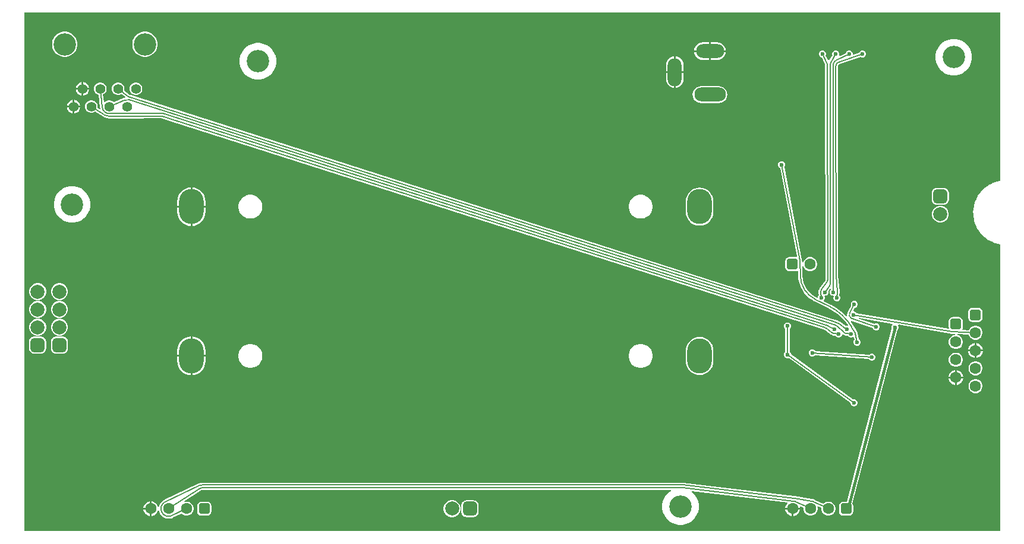
<source format=gbl>
G04*
G04 #@! TF.GenerationSoftware,Altium Limited,Altium Designer,21.6.1 (37)*
G04*
G04 Layer_Physical_Order=2*
G04 Layer_Color=16711680*
%FSLAX44Y44*%
%MOMM*%
G71*
G04*
G04 #@! TF.SameCoordinates,FD64CF10-ECA6-46B9-A7EF-D48B42129E36*
G04*
G04*
G04 #@! TF.FilePolarity,Positive*
G04*
G01*
G75*
%ADD59C,0.2000*%
%ADD60C,0.4000*%
%ADD63C,1.6000*%
G04:AMPARAMS|DCode=64|XSize=1.6mm|YSize=1.6mm|CornerRadius=0.4mm|HoleSize=0mm|Usage=FLASHONLY|Rotation=270.000|XOffset=0mm|YOffset=0mm|HoleType=Round|Shape=RoundedRectangle|*
%AMROUNDEDRECTD64*
21,1,1.6000,0.8000,0,0,270.0*
21,1,0.8000,1.6000,0,0,270.0*
1,1,0.8000,-0.4000,-0.4000*
1,1,0.8000,-0.4000,0.4000*
1,1,0.8000,0.4000,0.4000*
1,1,0.8000,0.4000,-0.4000*
%
%ADD64ROUNDEDRECTD64*%
%ADD65O,4.5000X2.0000*%
%ADD66O,2.0000X4.0000*%
%ADD67O,4.0000X2.0000*%
G04:AMPARAMS|DCode=68|XSize=1.6mm|YSize=1.6mm|CornerRadius=0.4mm|HoleSize=0mm|Usage=FLASHONLY|Rotation=0.000|XOffset=0mm|YOffset=0mm|HoleType=Round|Shape=RoundedRectangle|*
%AMROUNDEDRECTD68*
21,1,1.6000,0.8000,0,0,0.0*
21,1,0.8000,1.6000,0,0,0.0*
1,1,0.8000,0.4000,-0.4000*
1,1,0.8000,-0.4000,-0.4000*
1,1,0.8000,-0.4000,0.4000*
1,1,0.8000,0.4000,0.4000*
%
%ADD68ROUNDEDRECTD68*%
%ADD69C,2.0000*%
G04:AMPARAMS|DCode=70|XSize=2mm|YSize=2mm|CornerRadius=0.5mm|HoleSize=0mm|Usage=FLASHONLY|Rotation=0.000|XOffset=0mm|YOffset=0mm|HoleType=Round|Shape=RoundedRectangle|*
%AMROUNDEDRECTD70*
21,1,2.0000,1.0000,0,0,0.0*
21,1,1.0000,2.0000,0,0,0.0*
1,1,1.0000,0.5000,-0.5000*
1,1,1.0000,-0.5000,-0.5000*
1,1,1.0000,-0.5000,0.5000*
1,1,1.0000,0.5000,0.5000*
%
%ADD70ROUNDEDRECTD70*%
G04:AMPARAMS|DCode=71|XSize=2mm|YSize=2mm|CornerRadius=0.5mm|HoleSize=0mm|Usage=FLASHONLY|Rotation=270.000|XOffset=0mm|YOffset=0mm|HoleType=Round|Shape=RoundedRectangle|*
%AMROUNDEDRECTD71*
21,1,2.0000,1.0000,0,0,270.0*
21,1,1.0000,2.0000,0,0,270.0*
1,1,1.0000,-0.5000,-0.5000*
1,1,1.0000,-0.5000,0.5000*
1,1,1.0000,0.5000,0.5000*
1,1,1.0000,0.5000,-0.5000*
%
%ADD71ROUNDEDRECTD71*%
%ADD72O,3.5000X5.0000*%
%ADD73C,3.2000*%
%ADD74C,1.4000*%
%ADD75C,0.6000*%
G36*
X1394902Y504858D02*
X1392506Y504371D01*
X1392365Y504312D01*
X1392214Y504302D01*
X1389676Y503629D01*
X1389574Y503579D01*
X1389460Y503566D01*
X1388208Y503174D01*
X1388085Y503107D01*
X1387947Y503084D01*
X1384941Y501961D01*
X1384682Y501801D01*
X1384390Y501717D01*
X1378689Y498779D01*
X1378373Y498528D01*
X1378007Y498357D01*
X1372837Y494561D01*
X1372564Y494263D01*
X1372229Y494037D01*
X1367719Y489477D01*
X1367496Y489140D01*
X1367201Y488864D01*
X1363462Y483653D01*
X1363295Y483285D01*
X1363047Y482966D01*
X1360171Y477233D01*
X1360064Y476844D01*
X1359869Y476490D01*
X1357928Y470377D01*
X1357883Y469976D01*
X1357746Y469596D01*
X1356788Y463254D01*
X1356807Y462850D01*
X1356731Y462453D01*
X1356780Y456040D01*
X1356861Y455644D01*
X1356849Y455240D01*
X1357903Y448914D01*
X1358046Y448536D01*
X1358097Y448135D01*
X1360130Y442052D01*
X1360331Y441702D01*
X1360444Y441314D01*
X1363406Y435625D01*
X1363659Y435310D01*
X1363832Y434945D01*
X1367650Y429791D01*
X1367949Y429520D01*
X1368177Y429186D01*
X1372756Y424695D01*
X1373094Y424474D01*
X1373371Y424180D01*
X1378599Y420463D01*
X1378967Y420298D01*
X1379287Y420052D01*
X1385033Y417201D01*
X1385326Y417121D01*
X1385587Y416965D01*
X1388610Y415888D01*
X1388746Y415868D01*
X1388867Y415803D01*
X1390051Y415451D01*
X1390158Y415441D01*
X1390255Y415395D01*
X1392650Y414789D01*
X1392793Y414782D01*
X1392926Y414728D01*
X1394902Y414343D01*
X1394902Y5098D01*
X5098D01*
Y744902D01*
X1394902D01*
X1394902Y504858D01*
D02*
G37*
%LPC*%
G36*
X991710Y702638D02*
X982980D01*
Y691260D01*
X1004191D01*
X1003927Y693264D01*
X1002663Y696314D01*
X1000653Y698934D01*
X998034Y700944D01*
X994983Y702207D01*
X991710Y702638D01*
D02*
G37*
G36*
X980440D02*
X971710D01*
X968436Y702207D01*
X965386Y700944D01*
X962766Y698934D01*
X960756Y696314D01*
X959492Y693264D01*
X959229Y691260D01*
X980440D01*
Y702638D01*
D02*
G37*
G36*
X1199995Y691000D02*
X1198006D01*
X1196168Y690239D01*
X1194761Y688832D01*
X1194255Y687609D01*
X1186208Y684856D01*
X1185000Y685785D01*
Y686995D01*
X1184239Y688832D01*
X1182832Y690239D01*
X1180995Y691000D01*
X1179006D01*
X1177168Y690239D01*
X1175761Y688832D01*
X1175004Y687004D01*
X1166525Y682954D01*
X1165538Y683890D01*
X1166000Y685006D01*
Y686995D01*
X1165239Y688832D01*
X1163832Y690239D01*
X1161995Y691000D01*
X1160006D01*
X1158168Y690239D01*
X1156761Y688832D01*
X1156000Y686995D01*
Y685006D01*
X1156328Y684214D01*
X1152513Y677957D01*
X1151838Y676881D01*
X1151645Y676630D01*
X1151533Y676358D01*
X1150264Y676313D01*
X1146509Y683821D01*
X1147000Y685006D01*
Y686995D01*
X1146239Y688832D01*
X1144832Y690239D01*
X1142995Y691000D01*
X1141006D01*
X1139168Y690239D01*
X1137761Y688832D01*
X1137000Y686995D01*
Y685006D01*
X1137761Y683168D01*
X1139168Y681761D01*
X1141006Y681000D01*
X1141080D01*
X1145063Y673035D01*
X1145590Y671878D01*
X1145901Y670724D01*
X1145929Y670584D01*
X1145941D01*
X1145941Y670584D01*
X1145942Y664999D01*
X1145943Y664998D01*
X1145942Y664996D01*
X1146280Y364767D01*
X1146268Y363555D01*
D01*
X1146127Y362907D01*
X1145666Y361868D01*
X1145666Y361868D01*
X1145680Y361776D01*
X1138049Y351349D01*
X1137940Y351114D01*
X1137498Y350539D01*
X1136591Y348349D01*
X1136282Y346000D01*
X1136320Y345712D01*
X1136311Y345663D01*
X1136358Y345426D01*
X1136380Y345253D01*
X1136358Y344987D01*
X1136703Y341922D01*
X1135946Y341165D01*
X1135185Y339328D01*
Y338716D01*
X1134107Y338045D01*
X1133481Y338353D01*
X1133451Y338360D01*
X1133346Y338404D01*
X1133301Y338434D01*
X1133249Y338444D01*
X1132986Y338553D01*
X1128201Y341485D01*
X1123934Y345130D01*
X1120289Y349397D01*
X1117357Y354182D01*
X1115210Y359366D01*
X1113900Y364823D01*
X1113520Y369651D01*
X1113511Y369651D01*
X1113510Y369653D01*
X1113187Y384305D01*
X1114453Y384486D01*
X1115081Y382140D01*
X1116398Y379860D01*
X1118260Y377998D01*
X1120540Y376682D01*
X1123083Y376000D01*
X1125716D01*
X1128260Y376682D01*
X1130540Y377998D01*
X1132402Y379860D01*
X1133718Y382140D01*
X1134400Y384683D01*
Y387317D01*
X1133718Y389860D01*
X1132402Y392140D01*
X1130540Y394002D01*
X1128260Y395319D01*
X1125716Y396000D01*
X1123083D01*
X1120540Y395319D01*
X1118260Y394002D01*
X1116398Y392140D01*
X1115081Y389860D01*
X1114400Y387317D01*
Y386893D01*
X1113130Y386879D01*
X1113056Y390221D01*
X1113057Y390222D01*
X1113057D01*
X1112880Y391564D01*
X1112883Y391871D01*
X1087743Y524672D01*
X1088239Y525168D01*
X1089000Y527006D01*
Y528995D01*
X1088239Y530832D01*
X1086832Y532239D01*
X1084995Y533000D01*
X1083005D01*
X1081168Y532239D01*
X1079761Y530832D01*
X1079000Y528995D01*
Y527006D01*
X1079761Y525168D01*
X1081168Y523761D01*
X1081734Y523527D01*
X1105722Y396808D01*
X1104622Y395795D01*
X1103000Y396118D01*
X1095000D01*
X1092659Y395652D01*
X1090674Y394326D01*
X1089348Y392341D01*
X1088883Y390000D01*
Y382000D01*
X1089348Y379659D01*
X1090674Y377674D01*
X1092659Y376348D01*
X1095000Y375882D01*
X1103000D01*
X1105341Y376348D01*
X1106118Y376867D01*
X1107245Y376281D01*
X1107394Y369518D01*
X1107420Y369400D01*
X1107711Y364952D01*
X1108780Y359581D01*
X1110540Y354395D01*
X1112962Y349483D01*
X1116005Y344929D01*
X1119616Y340812D01*
X1123733Y337201D01*
X1128287Y334158D01*
X1130541Y333047D01*
X1130781Y332863D01*
X1149746Y323536D01*
X1149827Y323514D01*
X1149882Y323484D01*
X1149926Y323455D01*
X1149940Y323452D01*
X1156684Y319725D01*
X1163625Y314800D01*
X1169971Y309129D01*
X1175642Y302783D01*
X1178272Y299076D01*
X1177566Y298130D01*
X1177460Y298026D01*
X1175499D01*
X1174971Y297807D01*
X1166464Y303715D01*
X1166294Y303790D01*
X1165556Y304356D01*
X1163081Y305381D01*
X1162977Y305439D01*
X1156256Y307587D01*
X156571Y627183D01*
X155982Y627422D01*
X155036Y627894D01*
X154003Y628593D01*
X147264Y633679D01*
X147660Y635155D01*
Y637525D01*
X147046Y639814D01*
X145862Y641866D01*
X144186Y643542D01*
X142134Y644727D01*
X139845Y645340D01*
X137475D01*
X135186Y644727D01*
X133134Y643542D01*
X131458Y641866D01*
X130273Y639814D01*
X129660Y637525D01*
Y635155D01*
X130273Y632866D01*
X131458Y630814D01*
X133134Y629138D01*
X135186Y627953D01*
X137475Y627340D01*
X139845D01*
X142134Y627953D01*
X143585Y628791D01*
X148749Y624894D01*
X148425Y623666D01*
X147966Y623605D01*
X146527Y623009D01*
X146219Y622944D01*
X132541Y617086D01*
X131486Y618142D01*
X129434Y619327D01*
X127145Y619940D01*
X124775D01*
X122486Y619327D01*
X120434Y618142D01*
X119595Y617303D01*
X118269Y617773D01*
X117182Y628212D01*
X118786Y629138D01*
X120462Y630814D01*
X121646Y632866D01*
X122260Y635155D01*
Y637525D01*
X121646Y639814D01*
X120462Y641866D01*
X118786Y643542D01*
X116734Y644727D01*
X114445Y645340D01*
X112075D01*
X109786Y644727D01*
X107734Y643542D01*
X106058Y641866D01*
X104873Y639814D01*
X104260Y637525D01*
Y635155D01*
X104873Y632866D01*
X106058Y630814D01*
X107734Y629138D01*
X109786Y627953D01*
X111095Y627603D01*
X112971Y609587D01*
X113066Y609281D01*
X113270Y607732D01*
X112367Y606806D01*
X109311Y608825D01*
X109560Y609755D01*
Y612125D01*
X108946Y614414D01*
X107761Y616466D01*
X106086Y618142D01*
X104034Y619327D01*
X101745Y619940D01*
X99375D01*
X97086Y619327D01*
X95034Y618142D01*
X93358Y616466D01*
X92173Y614414D01*
X91560Y612125D01*
Y609755D01*
X92173Y607466D01*
X93358Y605414D01*
X95034Y603738D01*
X97086Y602553D01*
X99375Y601940D01*
X101745D01*
X104034Y602553D01*
X105993Y603685D01*
X116557Y596706D01*
X116549Y596694D01*
X119423Y595158D01*
X122627Y594186D01*
X125960Y593858D01*
Y593881D01*
X151417D01*
X151430Y593884D01*
X151442Y593881D01*
X198271Y594264D01*
X199536Y594259D01*
X200429Y594088D01*
X201635Y593756D01*
X1143240Y292727D01*
X1144417Y292300D01*
X1145238Y291861D01*
X1146275Y291171D01*
X1153596Y285730D01*
X1153845Y285612D01*
X1154461Y285139D01*
X1156650Y284232D01*
X1157370Y284137D01*
X1157615Y284048D01*
X1160587Y283588D01*
X1160761Y283168D01*
X1162168Y281761D01*
X1164005Y281000D01*
X1165995D01*
X1167832Y281761D01*
X1169239Y283168D01*
X1170000Y285005D01*
Y285063D01*
X1171270Y285690D01*
X1171955Y285164D01*
X1174144Y284257D01*
X1174912Y284156D01*
X1175170Y284064D01*
X1178600Y283558D01*
X1178761Y283168D01*
X1180168Y281761D01*
X1182005Y281000D01*
X1183995D01*
X1185608Y281668D01*
X1186991Y281260D01*
X1187691Y277892D01*
X1187257Y277457D01*
X1186496Y275619D01*
Y273630D01*
X1187257Y271792D01*
X1188663Y270386D01*
X1190501Y269625D01*
X1192490D01*
X1194328Y270386D01*
X1195734Y271792D01*
X1196496Y273630D01*
Y275619D01*
X1195734Y277457D01*
X1194328Y278863D01*
X1193682Y279131D01*
X1191869Y287845D01*
X1191819Y287962D01*
X1191768Y288349D01*
X1191377Y289294D01*
X1191320Y289583D01*
X1191156Y289828D01*
X1190862Y290539D01*
X1190768Y290660D01*
X1190115Y291749D01*
X1186600Y297607D01*
X1186398Y297830D01*
X1184486Y301021D01*
X1182722Y303399D01*
X1183103Y305018D01*
X1183334Y305142D01*
X1213892Y294718D01*
X1214397Y293500D01*
X1215803Y292093D01*
X1217641Y291332D01*
X1219630D01*
X1221468Y292093D01*
X1222874Y293500D01*
X1223635Y295337D01*
Y297326D01*
X1222874Y299164D01*
X1221468Y300571D01*
X1219630Y301332D01*
X1217641D01*
X1215803Y300571D01*
X1215773Y300540D01*
X1193656Y308084D01*
X1193971Y309319D01*
X1241505Y301117D01*
X1241938Y299754D01*
X1241059Y298875D01*
X1240298Y297037D01*
Y295048D01*
X1240628Y294252D01*
X1177160Y47118D01*
X1171800D01*
X1169459Y46652D01*
X1167474Y45326D01*
X1166148Y43341D01*
X1165683Y41000D01*
Y33000D01*
X1166148Y30659D01*
X1167474Y28674D01*
X1169459Y27348D01*
X1171800Y26883D01*
X1179800D01*
X1182141Y27348D01*
X1184126Y28674D01*
X1185452Y30659D01*
X1185918Y33000D01*
Y41000D01*
X1185452Y43341D01*
X1184845Y44249D01*
X1248520Y292194D01*
X1249537Y293210D01*
X1250298Y295048D01*
Y297037D01*
X1249730Y298409D01*
X1250507Y299564D01*
X1326290Y286488D01*
X1326615Y286496D01*
X1327431Y286389D01*
X1327594Y286350D01*
X1330583Y286229D01*
X1330683Y285000D01*
X1328140Y284319D01*
X1325860Y283002D01*
X1323998Y281140D01*
X1322681Y278860D01*
X1322000Y276317D01*
Y273684D01*
X1322681Y271140D01*
X1323998Y268860D01*
X1325860Y266998D01*
X1328140Y265682D01*
X1330683Y265000D01*
X1333316D01*
X1335860Y265682D01*
X1338140Y266998D01*
X1340002Y268860D01*
X1341319Y271140D01*
X1342000Y273684D01*
Y276317D01*
X1341319Y278860D01*
X1340002Y281140D01*
X1338140Y283002D01*
X1335860Y284319D01*
X1333989Y284820D01*
X1334182Y286083D01*
X1350363Y285429D01*
X1350681Y284240D01*
X1351998Y281960D01*
X1353860Y280098D01*
X1356140Y278782D01*
X1358683Y278100D01*
X1361317D01*
X1363860Y278782D01*
X1366140Y280098D01*
X1368002Y281960D01*
X1369319Y284240D01*
X1370000Y286784D01*
Y289417D01*
X1369319Y291960D01*
X1368002Y294240D01*
X1366140Y296102D01*
X1363860Y297419D01*
X1361317Y298100D01*
X1358683D01*
X1356140Y297419D01*
X1353860Y296102D01*
X1351998Y294240D01*
X1350681Y291960D01*
X1350570Y291543D01*
X1341737Y291900D01*
X1341076Y293198D01*
X1341652Y294059D01*
X1342117Y296400D01*
Y304400D01*
X1341652Y306741D01*
X1340326Y308726D01*
X1338341Y310052D01*
X1336000Y310518D01*
X1328000D01*
X1325659Y310052D01*
X1323674Y308726D01*
X1322348Y306741D01*
X1321882Y304400D01*
Y296400D01*
X1322223Y294686D01*
X1321269Y293562D01*
X1190562Y316115D01*
X1190357Y316610D01*
X1188951Y318016D01*
X1187113Y318778D01*
X1186777D01*
X1186132Y319872D01*
X1188093Y323411D01*
X1188360D01*
X1190198Y324172D01*
X1191605Y325578D01*
X1192366Y327416D01*
Y329405D01*
X1191605Y331243D01*
X1190198Y332649D01*
X1188360Y333411D01*
X1186371D01*
X1184533Y332649D01*
X1183127Y331243D01*
X1182366Y329405D01*
Y327416D01*
X1182773Y326432D01*
X1178194Y318168D01*
X1178192Y318158D01*
X1177350Y316127D01*
X1177041Y313778D01*
X1177268Y312050D01*
X1176061Y311491D01*
X1174289Y313446D01*
X1168326Y318850D01*
X1161863Y323644D01*
X1154960Y327781D01*
X1152634Y328882D01*
X1152446Y329025D01*
X1143932Y333213D01*
X1143676Y334754D01*
X1144424Y335501D01*
X1145185Y337338D01*
Y339328D01*
X1144930Y339944D01*
X1145635Y341000D01*
X1146354D01*
X1148192Y341761D01*
X1149599Y343168D01*
X1150360Y345005D01*
Y346994D01*
X1150193Y347397D01*
X1152596Y350652D01*
X1153928Y350317D01*
X1154013Y349724D01*
X1153121Y348832D01*
X1152360Y346994D01*
Y345005D01*
X1153121Y343168D01*
X1154528Y341761D01*
X1156365Y341000D01*
X1157121D01*
X1157970Y339730D01*
X1157640Y338935D01*
Y336946D01*
X1158401Y335108D01*
X1159808Y333702D01*
X1161646Y332941D01*
X1163635D01*
X1165473Y333702D01*
X1166879Y335108D01*
X1167640Y336946D01*
Y338935D01*
X1166879Y340773D01*
X1166051Y341602D01*
X1166380Y345166D01*
X1166357Y345388D01*
X1166437Y346000D01*
X1166364Y346559D01*
X1166386Y346762D01*
X1164391Y369975D01*
X1164060Y665002D01*
X1164061Y667451D01*
X1164076Y668721D01*
X1164076Y668721D01*
X1164297Y669831D01*
X1164932Y670782D01*
X1165882Y671417D01*
X1166065Y671453D01*
X1166051Y671493D01*
X1196140Y681789D01*
X1196168Y681761D01*
X1198006Y681000D01*
X1199995D01*
X1201832Y681761D01*
X1203239Y683168D01*
X1204000Y685006D01*
Y686995D01*
X1203239Y688832D01*
X1201832Y690239D01*
X1199995Y691000D01*
D02*
G37*
G36*
X178533Y717840D02*
X174987D01*
X171509Y717148D01*
X168234Y715791D01*
X165285Y713821D01*
X162778Y711314D01*
X160808Y708366D01*
X159451Y705090D01*
X158760Y701613D01*
Y698067D01*
X159451Y694590D01*
X160808Y691314D01*
X162778Y688366D01*
X165285Y685859D01*
X168234Y683889D01*
X171509Y682532D01*
X174987Y681840D01*
X178533D01*
X182010Y682532D01*
X185286Y683889D01*
X188234Y685859D01*
X190741Y688366D01*
X192711Y691314D01*
X194068Y694590D01*
X194760Y698067D01*
Y701613D01*
X194068Y705090D01*
X192711Y708366D01*
X190741Y711314D01*
X188234Y713821D01*
X185286Y715791D01*
X182010Y717148D01*
X178533Y717840D01*
D02*
G37*
G36*
X64233D02*
X60687D01*
X57209Y717148D01*
X53934Y715791D01*
X50985Y713821D01*
X48478Y711314D01*
X46508Y708366D01*
X45151Y705090D01*
X44460Y701613D01*
Y698067D01*
X45151Y694590D01*
X46508Y691314D01*
X48478Y688366D01*
X50985Y685859D01*
X53934Y683889D01*
X57209Y682532D01*
X60687Y681840D01*
X64233D01*
X67710Y682532D01*
X70986Y683889D01*
X73934Y685859D01*
X76441Y688366D01*
X78411Y691314D01*
X79768Y694590D01*
X80460Y698067D01*
Y701613D01*
X79768Y705090D01*
X78411Y708366D01*
X76441Y711314D01*
X73934Y713821D01*
X70986Y715791D01*
X67710Y717148D01*
X64233Y717840D01*
D02*
G37*
G36*
X1004191Y688720D02*
X982980D01*
Y677342D01*
X991710D01*
X994983Y677773D01*
X998034Y679036D01*
X1000653Y681046D01*
X1002663Y683666D01*
X1003927Y686716D01*
X1004191Y688720D01*
D02*
G37*
G36*
X980440D02*
X959229D01*
X959492Y686716D01*
X960756Y683666D01*
X962766Y681046D01*
X965386Y679036D01*
X968436Y677773D01*
X971710Y677342D01*
X980440D01*
Y688720D01*
D02*
G37*
G36*
X932980Y682471D02*
Y661260D01*
X944358D01*
Y669990D01*
X943927Y673264D01*
X942663Y676314D01*
X940653Y678934D01*
X938034Y680944D01*
X934983Y682207D01*
X932980Y682471D01*
D02*
G37*
G36*
X930440D02*
X928436Y682207D01*
X925386Y680944D01*
X922766Y678934D01*
X920756Y676314D01*
X919492Y673264D01*
X919062Y669990D01*
Y661260D01*
X930440D01*
Y682471D01*
D02*
G37*
G36*
X1331611Y707420D02*
X1326489D01*
X1321466Y706421D01*
X1316734Y704461D01*
X1312476Y701616D01*
X1308854Y697994D01*
X1306009Y693736D01*
X1304049Y689004D01*
X1303050Y683981D01*
Y678859D01*
X1304049Y673836D01*
X1306009Y669104D01*
X1308854Y664846D01*
X1312476Y661225D01*
X1316734Y658379D01*
X1321466Y656419D01*
X1326489Y655420D01*
X1331611D01*
X1336634Y656419D01*
X1341365Y658379D01*
X1345624Y661225D01*
X1349245Y664846D01*
X1352091Y669104D01*
X1354051Y673836D01*
X1355050Y678859D01*
Y683981D01*
X1354051Y689004D01*
X1352091Y693736D01*
X1349245Y697994D01*
X1345624Y701616D01*
X1341365Y704461D01*
X1336634Y706421D01*
X1331611Y707420D01*
D02*
G37*
G36*
X340381Y701700D02*
X335259D01*
X330236Y700701D01*
X325504Y698741D01*
X321246Y695895D01*
X317624Y692274D01*
X314779Y688016D01*
X312819Y683284D01*
X311820Y678261D01*
Y673139D01*
X312819Y668116D01*
X314779Y663384D01*
X317624Y659126D01*
X321246Y655505D01*
X325504Y652659D01*
X330236Y650699D01*
X335259Y649700D01*
X340381D01*
X345404Y650699D01*
X350135Y652659D01*
X354394Y655505D01*
X358015Y659126D01*
X360861Y663384D01*
X362821Y668116D01*
X363820Y673139D01*
Y678261D01*
X362821Y683284D01*
X360861Y688016D01*
X358015Y692274D01*
X354394Y695895D01*
X350135Y698741D01*
X345404Y700701D01*
X340381Y701700D01*
D02*
G37*
G36*
X89130Y645876D02*
Y637610D01*
X97396D01*
X96750Y640022D01*
X95494Y642198D01*
X93717Y643974D01*
X91542Y645230D01*
X89130Y645876D01*
D02*
G37*
G36*
X86590D02*
X84177Y645230D01*
X82002Y643974D01*
X80226Y642198D01*
X78970Y640022D01*
X78323Y637610D01*
X86590D01*
Y645876D01*
D02*
G37*
G36*
X930440Y658720D02*
X919062D01*
Y649990D01*
X919492Y646716D01*
X920756Y643666D01*
X922766Y641046D01*
X925386Y639036D01*
X928436Y637773D01*
X930440Y637509D01*
Y658720D01*
D02*
G37*
G36*
X944358D02*
X932980D01*
Y637509D01*
X934983Y637773D01*
X938034Y639036D01*
X940653Y641046D01*
X942663Y643666D01*
X943927Y646716D01*
X944358Y649990D01*
Y658720D01*
D02*
G37*
G36*
X165245Y645340D02*
X162875D01*
X160586Y644727D01*
X158534Y643542D01*
X156858Y641866D01*
X155673Y639814D01*
X155060Y637525D01*
Y635155D01*
X155673Y632866D01*
X156858Y630814D01*
X158534Y629138D01*
X160586Y627953D01*
X162875Y627340D01*
X165245D01*
X167534Y627953D01*
X169586Y629138D01*
X171262Y630814D01*
X172446Y632866D01*
X173060Y635155D01*
Y637525D01*
X172446Y639814D01*
X171262Y641866D01*
X169586Y643542D01*
X167534Y644727D01*
X165245Y645340D01*
D02*
G37*
G36*
X97396Y635070D02*
X89130D01*
Y626804D01*
X91542Y627450D01*
X93717Y628706D01*
X95494Y630482D01*
X96750Y632658D01*
X97396Y635070D01*
D02*
G37*
G36*
X86590D02*
X78323D01*
X78970Y632658D01*
X80226Y630482D01*
X82002Y628706D01*
X84177Y627450D01*
X86590Y626804D01*
Y635070D01*
D02*
G37*
G36*
X994210Y640094D02*
X969210D01*
X966077Y639681D01*
X963158Y638472D01*
X960651Y636549D01*
X958728Y634042D01*
X957519Y631123D01*
X957106Y627990D01*
X957519Y624857D01*
X958728Y621938D01*
X960651Y619431D01*
X963158Y617508D01*
X966077Y616299D01*
X969210Y615886D01*
X994210D01*
X997342Y616299D01*
X1000262Y617508D01*
X1002768Y619431D01*
X1004692Y621938D01*
X1005901Y624857D01*
X1006313Y627990D01*
X1005901Y631123D01*
X1004692Y634042D01*
X1002768Y636549D01*
X1000262Y638472D01*
X997342Y639681D01*
X994210Y640094D01*
D02*
G37*
G36*
X76430Y620476D02*
Y612210D01*
X84696D01*
X84050Y614622D01*
X82794Y616798D01*
X81017Y618574D01*
X78842Y619830D01*
X76430Y620476D01*
D02*
G37*
G36*
X73890D02*
X71477Y619830D01*
X69302Y618574D01*
X67526Y616798D01*
X66270Y614622D01*
X65623Y612210D01*
X73890D01*
Y620476D01*
D02*
G37*
G36*
X84696Y609670D02*
X76430D01*
Y601404D01*
X78842Y602050D01*
X81017Y603306D01*
X82794Y605082D01*
X84050Y607258D01*
X84696Y609670D01*
D02*
G37*
G36*
X73890D02*
X65623D01*
X66270Y607258D01*
X67526Y605082D01*
X69302Y603306D01*
X71477Y602050D01*
X73890Y601404D01*
Y609670D01*
D02*
G37*
G36*
X1315000Y494761D02*
X1305000D01*
X1303173Y494520D01*
X1301470Y493815D01*
X1300008Y492693D01*
X1298886Y491230D01*
X1298180Y489528D01*
X1297940Y487700D01*
Y477700D01*
X1298180Y475873D01*
X1298886Y474170D01*
X1300008Y472708D01*
X1301470Y471586D01*
X1303173Y470880D01*
X1305000Y470640D01*
X1315000D01*
X1316828Y470880D01*
X1318530Y471586D01*
X1319993Y472708D01*
X1321115Y474170D01*
X1321820Y475873D01*
X1322061Y477700D01*
Y487700D01*
X1321820Y489528D01*
X1321115Y491230D01*
X1319993Y492693D01*
X1318530Y493815D01*
X1316828Y494520D01*
X1315000Y494761D01*
D02*
G37*
G36*
X244270Y495512D02*
Y469270D01*
X263137D01*
Y475500D01*
X262750Y479428D01*
X261604Y483206D01*
X259743Y486688D01*
X257239Y489739D01*
X254187Y492243D01*
X250706Y494104D01*
X246928Y495250D01*
X244270Y495512D01*
D02*
G37*
G36*
X241730D02*
X239071Y495250D01*
X235294Y494104D01*
X231812Y492243D01*
X228761Y489739D01*
X226257Y486688D01*
X224396Y483206D01*
X223250Y479428D01*
X222863Y475500D01*
Y469270D01*
X241730D01*
Y495512D01*
D02*
G37*
G36*
X884674Y485000D02*
X881325D01*
X878041Y484347D01*
X874947Y483065D01*
X872163Y481205D01*
X869795Y478837D01*
X867934Y476053D01*
X866653Y472959D01*
X866000Y469674D01*
Y466326D01*
X866653Y463041D01*
X867934Y459948D01*
X869795Y457163D01*
X872163Y454795D01*
X874947Y452935D01*
X878041Y451653D01*
X881325Y451000D01*
X884674D01*
X887958Y451653D01*
X891052Y452935D01*
X893837Y454795D01*
X896205Y457163D01*
X898065Y459948D01*
X899346Y463041D01*
X900000Y466326D01*
Y469674D01*
X899346Y472959D01*
X898065Y476053D01*
X896205Y478837D01*
X893837Y481205D01*
X891052Y483065D01*
X887958Y484347D01*
X884674Y485000D01*
D02*
G37*
G36*
X328674D02*
X325325D01*
X322041Y484347D01*
X318947Y483065D01*
X316163Y481205D01*
X313795Y478837D01*
X311935Y476053D01*
X310653Y472959D01*
X310000Y469674D01*
Y466326D01*
X310653Y463041D01*
X311935Y459948D01*
X313795Y457163D01*
X316163Y454795D01*
X318947Y452935D01*
X322041Y451653D01*
X325325Y451000D01*
X328674D01*
X331958Y451653D01*
X335052Y452935D01*
X337837Y454795D01*
X340205Y457163D01*
X342065Y459948D01*
X343346Y463041D01*
X344000Y466326D01*
Y469674D01*
X343346Y472959D01*
X342065Y476053D01*
X340205Y478837D01*
X337837Y481205D01*
X335052Y483065D01*
X331958Y484347D01*
X328674Y485000D01*
D02*
G37*
G36*
X1311580Y469300D02*
X1308420D01*
X1305368Y468482D01*
X1302632Y466903D01*
X1300398Y464668D01*
X1298818Y461932D01*
X1298000Y458880D01*
Y455720D01*
X1298818Y452668D01*
X1300398Y449932D01*
X1302632Y447698D01*
X1305368Y446118D01*
X1308420Y445300D01*
X1311580D01*
X1314632Y446118D01*
X1317368Y447698D01*
X1319603Y449932D01*
X1321182Y452668D01*
X1322000Y455720D01*
Y458880D01*
X1321182Y461932D01*
X1319603Y464668D01*
X1317368Y466903D01*
X1314632Y468482D01*
X1311580Y469300D01*
D02*
G37*
G36*
X75591Y497240D02*
X70469D01*
X65446Y496241D01*
X60714Y494281D01*
X56456Y491436D01*
X52834Y487814D01*
X49989Y483556D01*
X48029Y478824D01*
X47030Y473801D01*
Y468679D01*
X48029Y463656D01*
X49989Y458924D01*
X52834Y454666D01*
X56456Y451045D01*
X60714Y448199D01*
X65446Y446239D01*
X70469Y445240D01*
X75591D01*
X80614Y446239D01*
X85345Y448199D01*
X89604Y451045D01*
X93225Y454666D01*
X96071Y458924D01*
X98031Y463656D01*
X99030Y468679D01*
Y473801D01*
X98031Y478824D01*
X96071Y483556D01*
X93225Y487814D01*
X89604Y491436D01*
X85345Y494281D01*
X80614Y496241D01*
X75591Y497240D01*
D02*
G37*
G36*
X967000Y495094D02*
X963177Y494718D01*
X959501Y493603D01*
X956114Y491792D01*
X953144Y489355D01*
X950708Y486386D01*
X948897Y482998D01*
X947782Y479323D01*
X947405Y475500D01*
Y460500D01*
X947782Y456677D01*
X948897Y453002D01*
X950708Y449614D01*
X953144Y446645D01*
X956114Y444208D01*
X959501Y442397D01*
X963177Y441282D01*
X967000Y440906D01*
X970822Y441282D01*
X974498Y442397D01*
X977886Y444208D01*
X980855Y446645D01*
X983292Y449614D01*
X985102Y453002D01*
X986218Y456677D01*
X986594Y460500D01*
Y475500D01*
X986218Y479323D01*
X985102Y482998D01*
X983292Y486386D01*
X980855Y489355D01*
X977886Y491792D01*
X974498Y493603D01*
X970822Y494718D01*
X967000Y495094D01*
D02*
G37*
G36*
X263137Y466730D02*
X244270D01*
Y440488D01*
X246928Y440750D01*
X250706Y441896D01*
X254187Y443757D01*
X257239Y446261D01*
X259743Y449313D01*
X261604Y452794D01*
X262750Y456572D01*
X263137Y460500D01*
Y466730D01*
D02*
G37*
G36*
X241730D02*
X222863D01*
Y460500D01*
X223250Y456572D01*
X224396Y452794D01*
X226257Y449313D01*
X228761Y446261D01*
X231812Y443757D01*
X235294Y441896D01*
X239071Y440750D01*
X241730Y440488D01*
Y466730D01*
D02*
G37*
G36*
X56580Y358800D02*
X53420D01*
X50368Y357982D01*
X47632Y356403D01*
X45398Y354168D01*
X43818Y351432D01*
X43000Y348380D01*
Y345220D01*
X43818Y342168D01*
X45398Y339432D01*
X47632Y337198D01*
X50368Y335618D01*
X53420Y334800D01*
X56580D01*
X59632Y335618D01*
X62368Y337198D01*
X64602Y339432D01*
X66182Y342168D01*
X67000Y345220D01*
Y348380D01*
X66182Y351432D01*
X64602Y354168D01*
X62368Y356403D01*
X59632Y357982D01*
X56580Y358800D01*
D02*
G37*
G36*
X25580D02*
X22420D01*
X19368Y357982D01*
X16632Y356403D01*
X14398Y354168D01*
X12818Y351432D01*
X12000Y348380D01*
Y345220D01*
X12818Y342168D01*
X14398Y339432D01*
X16632Y337198D01*
X19368Y335618D01*
X22420Y334800D01*
X25580D01*
X28632Y335618D01*
X31368Y337198D01*
X33602Y339432D01*
X35182Y342168D01*
X36000Y345220D01*
Y348380D01*
X35182Y351432D01*
X33602Y354168D01*
X31368Y356403D01*
X28632Y357982D01*
X25580Y358800D01*
D02*
G37*
G36*
X56580Y333400D02*
X53420D01*
X50368Y332582D01*
X47632Y331003D01*
X45398Y328768D01*
X43818Y326032D01*
X43000Y322980D01*
Y319820D01*
X43818Y316768D01*
X45398Y314032D01*
X47632Y311798D01*
X50368Y310218D01*
X53420Y309400D01*
X56580D01*
X59632Y310218D01*
X62368Y311798D01*
X64602Y314032D01*
X66182Y316768D01*
X67000Y319820D01*
Y322980D01*
X66182Y326032D01*
X64602Y328768D01*
X62368Y331003D01*
X59632Y332582D01*
X56580Y333400D01*
D02*
G37*
G36*
X25580D02*
X22420D01*
X19368Y332582D01*
X16632Y331003D01*
X14398Y328768D01*
X12818Y326032D01*
X12000Y322980D01*
Y319820D01*
X12818Y316768D01*
X14398Y314032D01*
X16632Y311798D01*
X19368Y310218D01*
X22420Y309400D01*
X25580D01*
X28632Y310218D01*
X31368Y311798D01*
X33602Y314032D01*
X35182Y316768D01*
X36000Y319820D01*
Y322980D01*
X35182Y326032D01*
X33602Y328768D01*
X31368Y331003D01*
X28632Y332582D01*
X25580Y333400D01*
D02*
G37*
G36*
X1364000Y323618D02*
X1356000D01*
X1353659Y323152D01*
X1351674Y321826D01*
X1350348Y319841D01*
X1349883Y317500D01*
Y309500D01*
X1350348Y307159D01*
X1351674Y305174D01*
X1353659Y303848D01*
X1356000Y303383D01*
X1364000D01*
X1366341Y303848D01*
X1368326Y305174D01*
X1369652Y307159D01*
X1370117Y309500D01*
Y317500D01*
X1369652Y319841D01*
X1368326Y321826D01*
X1366341Y323152D01*
X1364000Y323618D01*
D02*
G37*
G36*
X56580Y308000D02*
X53420D01*
X50368Y307182D01*
X47632Y305602D01*
X45398Y303368D01*
X43818Y300632D01*
X43000Y297580D01*
Y294420D01*
X43818Y291368D01*
X45398Y288632D01*
X47632Y286398D01*
X50368Y284818D01*
X53420Y284000D01*
X56580D01*
X59632Y284818D01*
X62368Y286398D01*
X64602Y288632D01*
X66182Y291368D01*
X67000Y294420D01*
Y297580D01*
X66182Y300632D01*
X64602Y303368D01*
X62368Y305602D01*
X59632Y307182D01*
X56580Y308000D01*
D02*
G37*
G36*
X25580D02*
X22420D01*
X19368Y307182D01*
X16632Y305602D01*
X14398Y303368D01*
X12818Y300632D01*
X12000Y297580D01*
Y294420D01*
X12818Y291368D01*
X14398Y288632D01*
X16632Y286398D01*
X19368Y284818D01*
X22420Y284000D01*
X25580D01*
X28632Y284818D01*
X31368Y286398D01*
X33602Y288632D01*
X35182Y291368D01*
X36000Y294420D01*
Y297580D01*
X35182Y300632D01*
X33602Y303368D01*
X31368Y305602D01*
X28632Y307182D01*
X25580Y308000D01*
D02*
G37*
G36*
X1361388Y273240D02*
X1361270D01*
Y263970D01*
X1370540D01*
Y264088D01*
X1369822Y266768D01*
X1368434Y269172D01*
X1366472Y271134D01*
X1364068Y272522D01*
X1361388Y273240D01*
D02*
G37*
G36*
X1358730D02*
X1358612D01*
X1355932Y272522D01*
X1353528Y271134D01*
X1351566Y269172D01*
X1350178Y266768D01*
X1349460Y264088D01*
Y263970D01*
X1358730D01*
Y273240D01*
D02*
G37*
G36*
X60000Y282661D02*
X50000D01*
X48173Y282420D01*
X46470Y281714D01*
X45008Y280592D01*
X43885Y279130D01*
X43180Y277427D01*
X42940Y275600D01*
Y265600D01*
X43180Y263773D01*
X43885Y262070D01*
X45008Y260608D01*
X46470Y259486D01*
X48173Y258780D01*
X50000Y258540D01*
X60000D01*
X61827Y258780D01*
X63530Y259486D01*
X64992Y260608D01*
X66115Y262070D01*
X66820Y263773D01*
X67060Y265600D01*
Y275600D01*
X66820Y277427D01*
X66115Y279130D01*
X64992Y280592D01*
X63530Y281714D01*
X61827Y282420D01*
X60000Y282661D01*
D02*
G37*
G36*
X29000D02*
X19000D01*
X17173Y282420D01*
X15470Y281714D01*
X14008Y280592D01*
X12886Y279130D01*
X12180Y277427D01*
X11940Y275600D01*
Y265600D01*
X12180Y263773D01*
X12886Y262070D01*
X14008Y260608D01*
X15470Y259486D01*
X17173Y258780D01*
X19000Y258540D01*
X29000D01*
X30827Y258780D01*
X32530Y259486D01*
X33993Y260608D01*
X35115Y262070D01*
X35820Y263773D01*
X36060Y265600D01*
Y275600D01*
X35820Y277427D01*
X35115Y279130D01*
X33993Y280592D01*
X32530Y281714D01*
X30827Y282420D01*
X29000Y282661D01*
D02*
G37*
G36*
X244270Y282512D02*
Y256270D01*
X263137D01*
Y262500D01*
X262750Y266429D01*
X261604Y270206D01*
X259743Y273687D01*
X257239Y276739D01*
X254187Y279243D01*
X250706Y281104D01*
X246928Y282250D01*
X244270Y282512D01*
D02*
G37*
G36*
X241730D02*
X239071Y282250D01*
X235294Y281104D01*
X231812Y279243D01*
X228761Y276739D01*
X226257Y273687D01*
X224396Y270206D01*
X223250Y266429D01*
X222863Y262500D01*
Y256270D01*
X241730D01*
Y282512D01*
D02*
G37*
G36*
X1370540Y261430D02*
X1361270D01*
Y252160D01*
X1361388D01*
X1364068Y252878D01*
X1366472Y254266D01*
X1368434Y256228D01*
X1369822Y258632D01*
X1370540Y261313D01*
Y261430D01*
D02*
G37*
G36*
X1358730D02*
X1349460D01*
Y261313D01*
X1350178Y258632D01*
X1351566Y256228D01*
X1353528Y254266D01*
X1355932Y252878D01*
X1358612Y252160D01*
X1358730D01*
Y261430D01*
D02*
G37*
G36*
X1128415Y264431D02*
X1126425D01*
X1124588Y263670D01*
X1123181Y262264D01*
X1122420Y260426D01*
Y258437D01*
X1123181Y256599D01*
X1124588Y255193D01*
X1126425Y254431D01*
X1128415D01*
X1130252Y255193D01*
X1131150Y256090D01*
X1208083Y250432D01*
X1208116Y250353D01*
X1209522Y248946D01*
X1211360Y248185D01*
X1213349D01*
X1215187Y248946D01*
X1216593Y250353D01*
X1217354Y252190D01*
Y254180D01*
X1216593Y256017D01*
X1215187Y257424D01*
X1213349Y258185D01*
X1211360D01*
X1209522Y257424D01*
X1208625Y256526D01*
X1131692Y262184D01*
X1131659Y262264D01*
X1130252Y263670D01*
X1128415Y264431D01*
D02*
G37*
G36*
X1333316Y259600D02*
X1330683D01*
X1328140Y258919D01*
X1325860Y257602D01*
X1323998Y255740D01*
X1322681Y253460D01*
X1322000Y250917D01*
Y248284D01*
X1322681Y245740D01*
X1323998Y243460D01*
X1325860Y241598D01*
X1328140Y240282D01*
X1330683Y239600D01*
X1333316D01*
X1335860Y240282D01*
X1338140Y241598D01*
X1340002Y243460D01*
X1341319Y245740D01*
X1342000Y248284D01*
Y250917D01*
X1341319Y253460D01*
X1340002Y255740D01*
X1338140Y257602D01*
X1335860Y258919D01*
X1333316Y259600D01*
D02*
G37*
G36*
X884674Y272000D02*
X881325D01*
X878041Y271347D01*
X874947Y270065D01*
X872163Y268205D01*
X869795Y265837D01*
X867934Y263053D01*
X866653Y259959D01*
X866000Y256674D01*
Y253326D01*
X866653Y250041D01*
X867934Y246947D01*
X869795Y244163D01*
X872163Y241795D01*
X874947Y239935D01*
X878041Y238653D01*
X881325Y238000D01*
X884674D01*
X887958Y238653D01*
X891052Y239935D01*
X893837Y241795D01*
X896205Y244163D01*
X898065Y246947D01*
X899346Y250041D01*
X900000Y253326D01*
Y256674D01*
X899346Y259959D01*
X898065Y263053D01*
X896205Y265837D01*
X893837Y268205D01*
X891052Y270065D01*
X887958Y271347D01*
X884674Y272000D01*
D02*
G37*
G36*
X328674D02*
X325325D01*
X322041Y271347D01*
X318947Y270065D01*
X316163Y268205D01*
X313795Y265837D01*
X311935Y263053D01*
X310653Y259959D01*
X310000Y256674D01*
Y253326D01*
X310653Y250041D01*
X311935Y246947D01*
X313795Y244163D01*
X316163Y241795D01*
X318947Y239935D01*
X322041Y238653D01*
X325325Y238000D01*
X328674D01*
X331958Y238653D01*
X335052Y239935D01*
X337837Y241795D01*
X340205Y244163D01*
X342065Y246947D01*
X343346Y250041D01*
X344000Y253326D01*
Y256674D01*
X343346Y259959D01*
X342065Y263053D01*
X340205Y265837D01*
X337837Y268205D01*
X335052Y270065D01*
X331958Y271347D01*
X328674Y272000D01*
D02*
G37*
G36*
X967000Y282094D02*
X963177Y281718D01*
X959501Y280603D01*
X956114Y278792D01*
X953144Y276355D01*
X950708Y273386D01*
X948897Y269998D01*
X947782Y266323D01*
X947405Y262500D01*
Y247500D01*
X947782Y243677D01*
X948897Y240002D01*
X950708Y236614D01*
X953144Y233645D01*
X956114Y231208D01*
X959501Y229397D01*
X963177Y228282D01*
X967000Y227906D01*
X970822Y228282D01*
X974498Y229397D01*
X977886Y231208D01*
X980855Y233645D01*
X983292Y236614D01*
X985102Y240002D01*
X986218Y243677D01*
X986594Y247500D01*
Y262500D01*
X986218Y266323D01*
X985102Y269998D01*
X983292Y273386D01*
X980855Y276355D01*
X977886Y278792D01*
X974498Y280603D01*
X970822Y281718D01*
X967000Y282094D01*
D02*
G37*
G36*
X263137Y253730D02*
X244270D01*
Y227488D01*
X246928Y227750D01*
X250706Y228896D01*
X254187Y230757D01*
X257239Y233261D01*
X259743Y236313D01*
X261604Y239794D01*
X262750Y243571D01*
X263137Y247500D01*
Y253730D01*
D02*
G37*
G36*
X241730D02*
X222863D01*
Y247500D01*
X223250Y243571D01*
X224396Y239794D01*
X226257Y236313D01*
X228761Y233261D01*
X231812Y230757D01*
X235294Y228896D01*
X239071Y227750D01*
X241730Y227488D01*
Y253730D01*
D02*
G37*
G36*
X1361317Y247300D02*
X1358683D01*
X1356140Y246619D01*
X1353860Y245302D01*
X1351998Y243440D01*
X1350681Y241160D01*
X1350000Y238617D01*
Y235984D01*
X1350681Y233440D01*
X1351998Y231160D01*
X1353860Y229298D01*
X1356140Y227982D01*
X1358683Y227300D01*
X1361317D01*
X1363860Y227982D01*
X1366140Y229298D01*
X1368002Y231160D01*
X1369319Y233440D01*
X1370000Y235984D01*
Y238617D01*
X1369319Y241160D01*
X1368002Y243440D01*
X1366140Y245302D01*
X1363860Y246619D01*
X1361317Y247300D01*
D02*
G37*
G36*
X1333388Y234740D02*
X1333270D01*
Y225470D01*
X1342540D01*
Y225588D01*
X1341822Y228268D01*
X1340434Y230672D01*
X1338472Y232634D01*
X1336068Y234022D01*
X1333388Y234740D01*
D02*
G37*
G36*
X1330730D02*
X1330612D01*
X1327932Y234022D01*
X1325528Y232634D01*
X1323566Y230672D01*
X1322178Y228268D01*
X1321460Y225588D01*
Y225470D01*
X1330730D01*
Y234740D01*
D02*
G37*
G36*
X1342540Y222930D02*
X1333270D01*
Y213660D01*
X1333388D01*
X1336068Y214378D01*
X1338472Y215766D01*
X1340434Y217728D01*
X1341822Y220132D01*
X1342540Y222812D01*
Y222930D01*
D02*
G37*
G36*
X1330730D02*
X1321460D01*
Y222812D01*
X1322178Y220132D01*
X1323566Y217728D01*
X1325528Y215766D01*
X1327932Y214378D01*
X1330612Y213660D01*
X1330730D01*
Y222930D01*
D02*
G37*
G36*
X1361317Y221900D02*
X1358683D01*
X1356140Y221219D01*
X1353860Y219902D01*
X1351998Y218040D01*
X1350681Y215760D01*
X1350000Y213217D01*
Y210584D01*
X1350681Y208040D01*
X1351998Y205760D01*
X1353860Y203898D01*
X1356140Y202582D01*
X1358683Y201900D01*
X1361317D01*
X1363860Y202582D01*
X1366140Y203898D01*
X1368002Y205760D01*
X1369319Y208040D01*
X1370000Y210584D01*
Y213217D01*
X1369319Y215760D01*
X1368002Y218040D01*
X1366140Y219902D01*
X1363860Y221219D01*
X1361317Y221900D01*
D02*
G37*
G36*
X1093128Y302819D02*
X1091139D01*
X1089301Y302058D01*
X1087894Y300651D01*
X1087133Y298814D01*
Y296825D01*
X1087894Y294987D01*
X1089079Y293802D01*
X1089116Y261008D01*
X1087941Y259832D01*
X1087179Y257995D01*
Y256005D01*
X1087941Y254168D01*
X1089347Y252761D01*
X1091185Y252000D01*
X1093174D01*
X1093606Y252179D01*
X1182000Y187856D01*
Y187006D01*
X1182761Y185168D01*
X1184168Y183761D01*
X1186005Y183000D01*
X1187995D01*
X1189832Y183761D01*
X1191239Y185168D01*
X1192000Y187006D01*
Y188995D01*
X1191239Y190832D01*
X1189832Y192239D01*
X1187995Y193000D01*
X1186005D01*
X1185573Y192821D01*
X1097179Y257145D01*
Y257995D01*
X1096418Y259832D01*
X1095234Y261017D01*
X1095197Y293811D01*
X1096372Y294987D01*
X1097133Y296825D01*
Y298814D01*
X1096372Y300651D01*
X1094965Y302058D01*
X1093128Y302819D01*
D02*
G37*
G36*
X939800Y74175D02*
X939796Y74175D01*
X938545Y74129D01*
X260039Y74059D01*
X258769Y74112D01*
Y74112D01*
X255377Y73666D01*
X253446Y72866D01*
X253166Y72795D01*
X204566Y49698D01*
X204433Y49599D01*
X203540Y49229D01*
X200615Y46985D01*
X198371Y44060D01*
X196961Y40655D01*
X196791Y39371D01*
X195499Y39286D01*
X195022Y41068D01*
X193634Y43472D01*
X191672Y45434D01*
X189268Y46822D01*
X186588Y47540D01*
X186470D01*
Y37000D01*
Y26460D01*
X186588D01*
X189268Y27178D01*
X191672Y28566D01*
X193634Y30528D01*
X195022Y32932D01*
X195499Y34714D01*
X196791Y34629D01*
X196961Y33345D01*
X198371Y29940D01*
X200615Y27015D01*
X203540Y24771D01*
X206945Y23361D01*
X210600Y22879D01*
X214255Y23361D01*
X216431Y24262D01*
X216688Y24328D01*
X228740Y30118D01*
X229860Y28998D01*
X232140Y27682D01*
X234683Y27000D01*
X237316D01*
X239860Y27682D01*
X242140Y28998D01*
X244002Y30860D01*
X245319Y33140D01*
X246000Y35684D01*
Y38317D01*
X245319Y40860D01*
X244002Y43140D01*
X242140Y45002D01*
X239860Y46319D01*
X237316Y47000D01*
X234683D01*
X233583Y46705D01*
X233062Y47880D01*
X257164Y63463D01*
X257172Y63462D01*
X257206Y63410D01*
X257605Y63676D01*
X258770Y63929D01*
X258770D01*
X260040Y63942D01*
X926544Y64010D01*
X926929Y62740D01*
X923226Y60265D01*
X919604Y56644D01*
X916759Y52386D01*
X914799Y47654D01*
X913800Y42631D01*
Y37509D01*
X914799Y32486D01*
X916759Y27754D01*
X919604Y23496D01*
X923226Y19875D01*
X927484Y17029D01*
X932216Y15069D01*
X937239Y14070D01*
X942361D01*
X947384Y15069D01*
X952115Y17029D01*
X956374Y19875D01*
X959995Y23496D01*
X962841Y27754D01*
X964801Y32486D01*
X965800Y37509D01*
Y42631D01*
X964801Y47654D01*
X962841Y52386D01*
X959995Y56644D01*
X956374Y60265D01*
X955126Y61099D01*
X955567Y62290D01*
X1091829Y45931D01*
X1092291Y44597D01*
X1091166Y43472D01*
X1089778Y41068D01*
X1089060Y38388D01*
Y38270D01*
X1099600D01*
X1110140D01*
Y38388D01*
X1109848Y39478D01*
X1110924Y40370D01*
X1115023Y38400D01*
X1115000Y38317D01*
Y35684D01*
X1115682Y33140D01*
X1116998Y30860D01*
X1118860Y28998D01*
X1121140Y27682D01*
X1123683Y27000D01*
X1126317D01*
X1128860Y27682D01*
X1131140Y28998D01*
X1133002Y30860D01*
X1134318Y33140D01*
X1135000Y35684D01*
Y38317D01*
X1134606Y39786D01*
X1135682Y40678D01*
X1140423Y38400D01*
X1140400Y38317D01*
Y35684D01*
X1141081Y33140D01*
X1142398Y30860D01*
X1144260Y28998D01*
X1146540Y27682D01*
X1149083Y27000D01*
X1151717D01*
X1154260Y27682D01*
X1156540Y28998D01*
X1158402Y30860D01*
X1159718Y33140D01*
X1160400Y35684D01*
Y38317D01*
X1159718Y40860D01*
X1158402Y43140D01*
X1156540Y45002D01*
X1154260Y46319D01*
X1151717Y47000D01*
X1149083D01*
X1146540Y46319D01*
X1144260Y45002D01*
X1143140Y43882D01*
X1131088Y49672D01*
X1130831Y49738D01*
X1128655Y50640D01*
X1127440Y50800D01*
X1127214Y50883D01*
X1102444Y54833D01*
X1102251Y54826D01*
X1101980Y54853D01*
X1101738Y54932D01*
X943874Y73884D01*
X943683Y73870D01*
X941026Y74079D01*
X939800Y74175D01*
D02*
G37*
G36*
X183930Y47540D02*
X183812D01*
X181132Y46822D01*
X178728Y45434D01*
X176766Y43472D01*
X175378Y41068D01*
X174660Y38388D01*
Y38270D01*
X183930D01*
Y47540D01*
D02*
G37*
G36*
X265400Y47118D02*
X257400D01*
X255059Y46652D01*
X253074Y45326D01*
X251748Y43341D01*
X251283Y41000D01*
Y33000D01*
X251748Y30659D01*
X253074Y28674D01*
X255059Y27348D01*
X257400Y26883D01*
X265400D01*
X267741Y27348D01*
X269726Y28674D01*
X271052Y30659D01*
X271518Y33000D01*
Y41000D01*
X271052Y43341D01*
X269726Y45326D01*
X267741Y46652D01*
X265400Y47118D01*
D02*
G37*
G36*
X1110140Y35730D02*
X1100870D01*
Y26460D01*
X1100988D01*
X1103668Y27178D01*
X1106072Y28566D01*
X1108034Y30528D01*
X1109422Y32932D01*
X1110140Y35612D01*
Y35730D01*
D02*
G37*
G36*
X1098330D02*
X1089060D01*
Y35612D01*
X1089778Y32932D01*
X1091166Y30528D01*
X1093128Y28566D01*
X1095532Y27178D01*
X1098212Y26460D01*
X1098330D01*
Y35730D01*
D02*
G37*
G36*
X183930D02*
X174660D01*
Y35612D01*
X175378Y32932D01*
X176766Y30528D01*
X178728Y28566D01*
X181132Y27178D01*
X183812Y26460D01*
X183930D01*
Y35730D01*
D02*
G37*
G36*
X615880Y49000D02*
X612720D01*
X609668Y48182D01*
X606932Y46603D01*
X604698Y44368D01*
X603118Y41632D01*
X602300Y38580D01*
Y35420D01*
X603118Y32368D01*
X604698Y29632D01*
X606932Y27398D01*
X609668Y25818D01*
X612720Y25000D01*
X615880D01*
X618932Y25818D01*
X621668Y27398D01*
X623902Y29632D01*
X625482Y32368D01*
X626300Y35420D01*
Y38580D01*
X625482Y41632D01*
X623902Y44368D01*
X621668Y46603D01*
X618932Y48182D01*
X615880Y49000D01*
D02*
G37*
G36*
X644700Y49061D02*
X634700D01*
X632873Y48820D01*
X631170Y48115D01*
X629707Y46993D01*
X628586Y45530D01*
X627880Y43827D01*
X627640Y42000D01*
Y32000D01*
X627880Y30173D01*
X628586Y28470D01*
X629707Y27008D01*
X631170Y25886D01*
X632873Y25180D01*
X634700Y24940D01*
X644700D01*
X646527Y25180D01*
X648230Y25886D01*
X649693Y27008D01*
X650815Y28470D01*
X651520Y30173D01*
X651760Y32000D01*
Y42000D01*
X651520Y43827D01*
X650815Y45530D01*
X649693Y46993D01*
X648230Y48115D01*
X646527Y48820D01*
X644700Y49061D01*
D02*
G37*
%LPD*%
D59*
X258770Y67000D02*
G03*
X255503Y66032I1J-6000D01*
G01*
X943018Y66877D02*
G03*
X939797Y67070I-3218J-26807D01*
G01*
X1104364Y46915D02*
G03*
X1100911Y47922I-4764J-9915D01*
G01*
X205878Y46935D02*
G03*
X215364Y27085I4722J-9935D01*
G01*
X258769Y71000D02*
G03*
X254479Y70032I2J-10000D01*
G01*
X943509Y70847D02*
G03*
X939797Y71070I-3709J-30777D01*
G01*
X1101962Y51813D02*
G03*
X1101374Y51895I-2362J-14813D01*
G01*
X1129764Y46915D02*
G03*
X1126732Y47863I-4764J-9915D01*
G01*
X1158643Y674198D02*
G03*
X1157381Y671434I8360J-5487D01*
G01*
X1158703Y674288D02*
G03*
X1158643Y674198I8300J-5577D01*
G01*
X1161590Y677119D02*
G03*
X1158703Y674288I5413J-8408D01*
G01*
X1162693Y677734D02*
G03*
X1161590Y677119I4310J-9023D01*
G01*
X1149000Y670585D02*
G03*
X1148367Y673267I-6000J-2D01*
G01*
X1154463Y675280D02*
G03*
X1153001Y670084I8538J-5206D01*
G01*
X1165061Y674388D02*
G03*
X1161003Y668731I1942J-5677D01*
G01*
X1148195Y360032D02*
G03*
X1149340Y363551I-4854J3526D01*
G01*
X1148193Y360031D02*
G03*
X1148195Y360032I-4853J3528D01*
G01*
X1140518Y349543D02*
G03*
X1139369Y345663I4842J-3543D01*
G01*
D02*
G03*
X1139397Y345329I5990J337D01*
G01*
X1152184Y355243D02*
G03*
X1153345Y358784I-4839J3548D01*
G01*
X1152183Y355242D02*
G03*
X1152184Y355243I-4838J3549D01*
G01*
X1163334Y345448D02*
G03*
X1163339Y346500I-5975J552D01*
G01*
X1183832Y308228D02*
G03*
X1184321Y308037I2427J5487D01*
G01*
X1180870Y316685D02*
G03*
X1183694Y308289I5248J-2908D01*
G01*
X1326810Y289502D02*
G03*
X1327717Y289406I1190J6898D01*
G01*
X1183978Y296034D02*
G03*
X1151096Y326281I-67671J-40570D01*
G01*
X1188494Y288412D02*
G03*
X1188145Y289087I-5494J-2412D01*
G01*
X1188874Y287222D02*
G03*
X1188494Y288412I-5874J-1222D01*
G01*
X1110452Y369585D02*
G03*
X1132131Y335608I38769J831D01*
G01*
X1109998Y390154D02*
G03*
X1109878Y391302I-6998J-154D01*
G01*
X118243Y599259D02*
G03*
X125960Y596940I7717J11681D01*
G01*
X1155421Y288185D02*
G03*
X1158082Y287071I3579J4816D01*
G01*
X201370Y597052D02*
G03*
X199517Y597333I-1816J-5719D01*
G01*
X1147094Y294373D02*
G03*
X1145372Y295257I-3565J-4826D01*
G01*
X151360Y600940D02*
G03*
X151441Y600940I0J10000D01*
G01*
X116013Y609904D02*
G03*
X125960Y600940I9946J1036D01*
G01*
X201973Y601058D02*
G03*
X200105Y601338I-1811J-5720D01*
G01*
X1150732Y297620D02*
G03*
X1149656Y298087I-2916J-5244D01*
G01*
X155639Y624270D02*
G03*
X155140Y624420I-4280J-13330D01*
G01*
X153164Y625394D02*
G03*
X155140Y624420I3596J4803D01*
G01*
X1164719Y301203D02*
G03*
X1162045Y302525I-5720J-8203D01*
G01*
X1172384Y288654D02*
G03*
X1175617Y287090I4109J4372D01*
G01*
X154405Y620465D02*
G03*
X147423Y620132I-3045J-9525D01*
G01*
X1163109Y297372D02*
G03*
X1160827Y298715I-4109J-4372D01*
G01*
X1104364Y46915D02*
X1125000Y37000D01*
X1129764Y46915D02*
X1150400Y37000D01*
X210600D02*
X255503Y66032D01*
X258770Y67000D02*
X258770Y67000D01*
X939797Y67070D01*
X943018Y66877D02*
X1100911Y47922D01*
X215364Y27085D02*
X236000Y37000D01*
X205878Y46935D02*
X254479Y70032D01*
X258769Y71000D02*
X939797Y71070D01*
X943509Y70847D02*
X1101374Y51895D01*
X1101962Y51813D02*
X1126732Y47863D01*
X1157001Y670091D02*
X1157381Y671434D01*
X1157001Y665000D02*
Y670091D01*
X1162693Y677734D02*
X1180000Y686000D01*
X1162693Y677734D02*
X1162693Y677734D01*
X1149000Y670585D02*
X1149000Y670584D01*
X1149001Y665000D01*
X1142000Y686000D02*
X1148367Y673267D01*
X1153001Y665000D02*
X1153001Y670084D01*
X1154463Y675280D02*
X1161000Y686000D01*
X1157001Y665000D02*
X1157360Y346000D01*
X1161003Y668714D02*
Y668731D01*
X1165061Y674387D02*
X1199000Y686000D01*
X1161001Y665000D02*
X1161003Y668714D01*
X1148193Y360031D02*
X1148195Y360032D01*
X1140518Y349543D02*
X1148193Y360031D01*
X1139397Y345329D02*
X1140185Y338333D01*
X1152183Y355242D02*
X1152184Y355243D01*
X1145360Y346000D02*
X1152183Y355242D01*
X1149001Y665000D02*
X1149340Y363551D01*
X1153001Y665000D02*
X1153345Y358784D01*
X1161001Y665000D02*
X1161333Y369842D01*
X1163339Y346500D01*
X1162640Y337941D02*
X1163334Y345448D01*
X1092179Y257000D02*
X1187000Y188000D01*
X1183828Y308230D02*
X1183832Y308228D01*
X1183702Y308286D02*
X1183828Y308230D01*
X1184321Y308037D02*
X1218635Y296332D01*
X1183694Y308289D02*
X1183702Y308286D01*
X1180870Y316685D02*
X1187366Y328411D01*
X1092133Y297819D02*
X1092179Y257000D01*
X1186118Y313778D02*
X1326810Y289502D01*
X1327717Y289406D02*
X1360000Y288100D01*
X1127420Y259431D02*
X1212354Y253185D01*
X1132131Y335608D02*
X1151096Y326281D01*
X1151096Y326281D02*
X1151096Y326281D01*
X1183978Y296034D02*
X1188145Y289087D01*
X1188874Y287222D02*
X1191496Y274625D01*
X1132131Y335608D02*
X1132131Y335608D01*
X1109998Y390154D02*
X1110452Y369585D01*
X1084000Y528000D02*
X1109878Y391302D01*
X100560Y610940D02*
X118243Y599259D01*
X125960Y596940D02*
X151417D01*
X1147094Y294373D02*
X1155421Y288184D01*
X1158082Y287071D02*
X1165000Y286000D01*
X151417Y596940D02*
X199517Y597333D01*
X201370Y597052D02*
X1145372Y295257D01*
X125960Y600940D02*
X151360D01*
X113260Y636340D02*
X116013Y609904D01*
X151441Y600940D02*
X200105Y601338D01*
X201973Y601058D02*
X201989Y601053D01*
X1149656Y298087D01*
X1150732Y297620D02*
X1159000Y293000D01*
X155140Y624420D02*
X155140Y624420D01*
X138660Y636340D02*
X153164Y625394D01*
X155639Y624270D02*
X1155325Y304674D01*
X1162045Y302525D01*
X1164719Y301203D02*
X1175926Y293420D01*
X1176494Y293026D01*
X1175617Y287090D02*
X1183000Y286000D01*
X1163109Y297372D02*
X1172384Y288654D01*
X125960Y610940D02*
X147423Y620132D01*
X154405Y620465D02*
X1160827Y298715D01*
D60*
X1177479Y38679D02*
G03*
X1180617Y44179I-8485J8485D01*
G01*
X1245298Y296043D01*
X1175800Y37000D02*
X1177479Y38679D01*
D63*
X1099600Y37000D02*
D03*
X1125000D02*
D03*
X1150400D02*
D03*
X185200D02*
D03*
X210600D02*
D03*
X236000D02*
D03*
X1360000Y288100D02*
D03*
Y262700D02*
D03*
Y237300D02*
D03*
Y211900D02*
D03*
X1332000Y224200D02*
D03*
Y249600D02*
D03*
Y275000D02*
D03*
X1124400Y386000D02*
D03*
D64*
X1175800Y37000D02*
D03*
X261400D02*
D03*
X1099000Y386000D02*
D03*
D65*
X981710Y627990D02*
D03*
D66*
X931710Y659990D02*
D03*
D67*
X981710Y689990D02*
D03*
D68*
X1360000Y313500D02*
D03*
X1332000Y300400D02*
D03*
D69*
X1310000Y457300D02*
D03*
X55000Y346800D02*
D03*
Y321400D02*
D03*
Y296000D02*
D03*
X24000Y346800D02*
D03*
Y321400D02*
D03*
Y296000D02*
D03*
X614300Y37000D02*
D03*
D70*
X1310000Y482700D02*
D03*
X55000Y270600D02*
D03*
X24000D02*
D03*
D71*
X639700Y37000D02*
D03*
D72*
X967000Y255000D02*
D03*
X243000D02*
D03*
X967000Y468000D02*
D03*
X243000D02*
D03*
D73*
X939800Y40070D02*
D03*
X73030Y471240D02*
D03*
X1329050Y681420D02*
D03*
X337820Y675700D02*
D03*
X176760Y699840D02*
D03*
X62460D02*
D03*
D74*
X164060Y636340D02*
D03*
X138660D02*
D03*
X113260D02*
D03*
X87860D02*
D03*
X151360Y610940D02*
D03*
X125960D02*
D03*
X100560D02*
D03*
X75160D02*
D03*
D75*
X1142000Y686000D02*
D03*
X1161000D02*
D03*
X1199000D02*
D03*
X1180000D02*
D03*
X1385000Y735000D02*
D03*
X1370000D02*
D03*
X1385000Y720000D02*
D03*
Y705000D02*
D03*
X1355000Y735000D02*
D03*
X1385000Y15000D02*
D03*
Y30000D02*
D03*
X1370000Y15000D02*
D03*
X1355000D02*
D03*
X1385000Y45000D02*
D03*
X15000Y15000D02*
D03*
X30000D02*
D03*
X15000Y30000D02*
D03*
Y45000D02*
D03*
X45000Y15000D02*
D03*
X15000Y705000D02*
D03*
X45000Y735000D02*
D03*
X30000D02*
D03*
X15000Y720000D02*
D03*
Y735000D02*
D03*
X1098000Y528000D02*
D03*
X1191000D02*
D03*
X1207000D02*
D03*
X1221000D02*
D03*
Y508000D02*
D03*
X1110000Y298000D02*
D03*
X188000Y231000D02*
D03*
Y246000D02*
D03*
Y260000D02*
D03*
X170692Y259980D02*
D03*
X172000Y183000D02*
D03*
X188000D02*
D03*
Y198000D02*
D03*
X688000Y80000D02*
D03*
X672404Y79965D02*
D03*
X657000Y80000D02*
D03*
Y60000D02*
D03*
X1103000Y471000D02*
D03*
X1120000D02*
D03*
X1137000D02*
D03*
Y421000D02*
D03*
Y432000D02*
D03*
Y443000D02*
D03*
X1084000Y581000D02*
D03*
X1071000D02*
D03*
Y567000D02*
D03*
Y553000D02*
D03*
X1108000Y544000D02*
D03*
Y555000D02*
D03*
X1140000Y514000D02*
D03*
Y529000D02*
D03*
X1284000Y544000D02*
D03*
X1270000Y544000D02*
D03*
X1185000Y481000D02*
D03*
X1173000D02*
D03*
X1223000Y449000D02*
D03*
Y437000D02*
D03*
X1192000Y433000D02*
D03*
X1173000Y436000D02*
D03*
X1188000Y402000D02*
D03*
X1169000Y407000D02*
D03*
X1172000Y323000D02*
D03*
X1209000Y316000D02*
D03*
X1230000D02*
D03*
X1219000D02*
D03*
X1201000Y188000D02*
D03*
Y214000D02*
D03*
X1085540Y305260D02*
D03*
X1085000Y276000D02*
D03*
X1093000Y336000D02*
D03*
X1155000Y229000D02*
D03*
X1129000Y241000D02*
D03*
X1178000Y209000D02*
D03*
X1170000Y239000D02*
D03*
X1173000Y279000D02*
D03*
X1154000Y264000D02*
D03*
X1174000Y263000D02*
D03*
X1140000Y287000D02*
D03*
X1106000Y331000D02*
D03*
X1162640Y337941D02*
D03*
X1157360Y346000D02*
D03*
X1140185Y338333D02*
D03*
X1145360Y346000D02*
D03*
X1187000Y188000D02*
D03*
X1218635Y296332D02*
D03*
X1187366Y328411D02*
D03*
X1092133Y297819D02*
D03*
X1092179Y257000D02*
D03*
X1245298Y296043D02*
D03*
X1186118Y313778D02*
D03*
X1212354Y253185D02*
D03*
X1127420Y259431D02*
D03*
X1100000Y276000D02*
D03*
X1191496Y274625D02*
D03*
X1084000Y528000D02*
D03*
X1165000Y286000D02*
D03*
X1183000D02*
D03*
X1176494Y293026D02*
D03*
X1159000Y293000D02*
D03*
M02*

</source>
